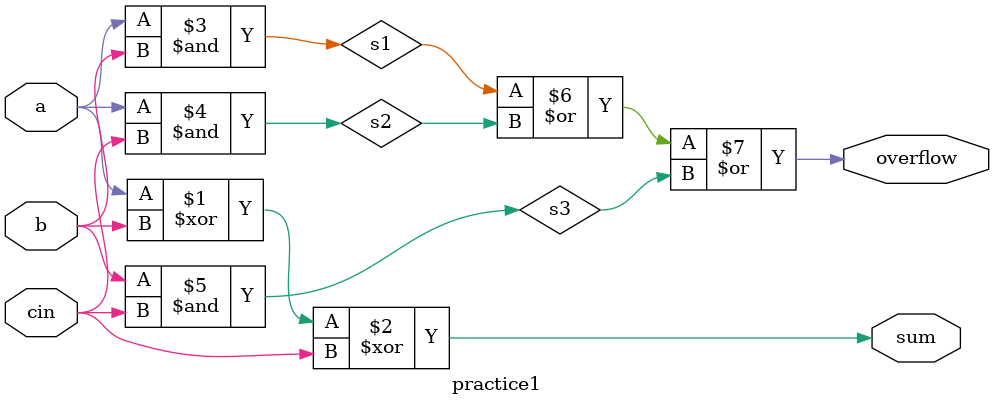
<source format=v>
`timescale 1ns / 1ps
module practice1(
    input a, 
    input b, 
    input cin, 
    output sum, 
    output overflow
    );
    wire s1, s2, s3;
	 
    //xor Óë and ¾ùÎªÔ­Óï£¬ÊÇÏµÍ³Ô¤¶¨ÒåµÄÄ£¿é
    xor xor1(sum, a, b, cin);
    and and1(s1, a, b);
    and and2(s2, a, cin);
    and and3(s3, b, cin);
    or or1(overflow, s1, s2, s3);
	 
endmodule   
</source>
